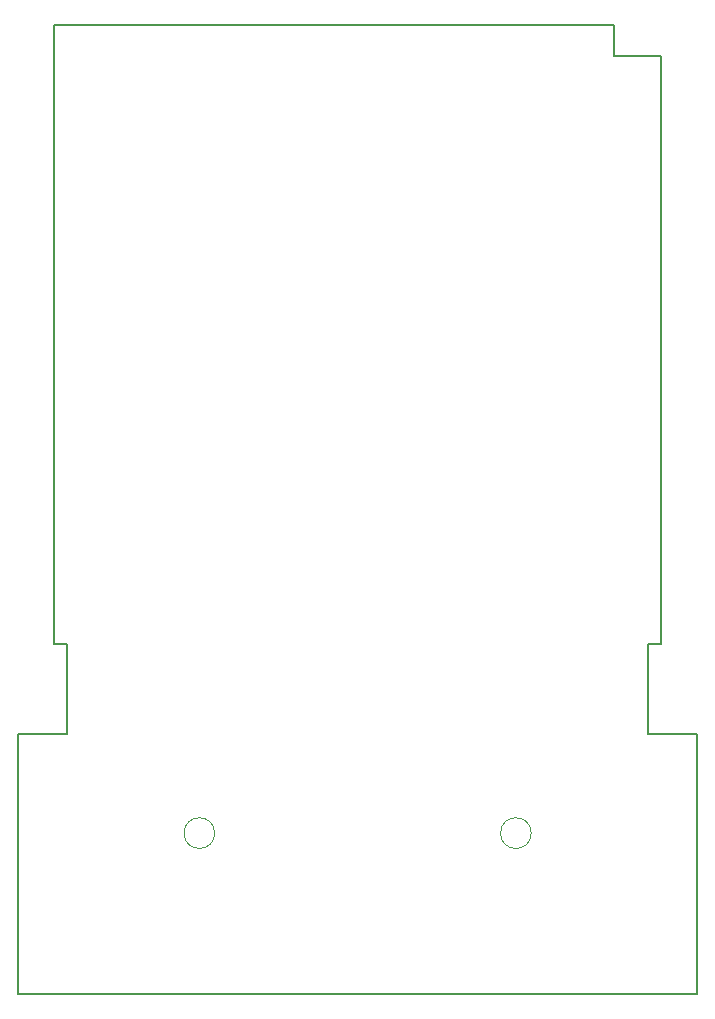
<source format=gm1>
G04 #@! TF.GenerationSoftware,KiCad,Pcbnew,6.0.11+dfsg-1~bpo11+1*
G04 #@! TF.CreationDate,2023-04-01T23:07:25-07:00*
G04 #@! TF.ProjectId,gbpunk,67627075-6e6b-42e6-9b69-6361645f7063,v4.0*
G04 #@! TF.SameCoordinates,Original*
G04 #@! TF.FileFunction,Profile,NP*
%FSLAX46Y46*%
G04 Gerber Fmt 4.6, Leading zero omitted, Abs format (unit mm)*
G04 Created by KiCad (PCBNEW 6.0.11+dfsg-1~bpo11+1) date 2023-04-01 23:07:25*
%MOMM*%
%LPD*%
G01*
G04 APERTURE LIST*
G04 #@! TA.AperFunction,Profile*
%ADD10C,0.150000*%
G04 #@! TD*
G04 #@! TA.AperFunction,Profile*
%ADD11C,0.120000*%
G04 #@! TD*
G04 APERTURE END LIST*
D10*
X125700000Y-41600000D02*
X121700000Y-41600000D01*
X124600000Y-91400000D02*
X125700000Y-91400000D01*
X121700000Y-39000000D02*
X121700000Y-41600000D01*
X124600000Y-99000000D02*
X128750000Y-99000000D01*
X124600000Y-99000000D02*
X124600000Y-91400000D01*
X125700000Y-91400000D02*
X125700000Y-41600000D01*
X128750000Y-121000000D02*
X71250000Y-121000000D01*
X74300000Y-39000000D02*
X121700000Y-39000000D01*
X74300000Y-91400000D02*
X74300000Y-39000000D01*
X75400000Y-99000000D02*
X75400000Y-91400000D01*
X128750000Y-99000000D02*
X128750000Y-121000000D01*
X71250000Y-121000000D02*
X71250000Y-99000000D01*
X71250000Y-99000000D02*
X75400000Y-99000000D01*
X75400000Y-91400000D02*
X74300000Y-91400000D01*
D11*
X87910000Y-107390000D02*
G75*
G03*
X87910000Y-107390000I-1300000J0D01*
G01*
X114710000Y-107390000D02*
G75*
G03*
X114710000Y-107390000I-1300000J0D01*
G01*
M02*

</source>
